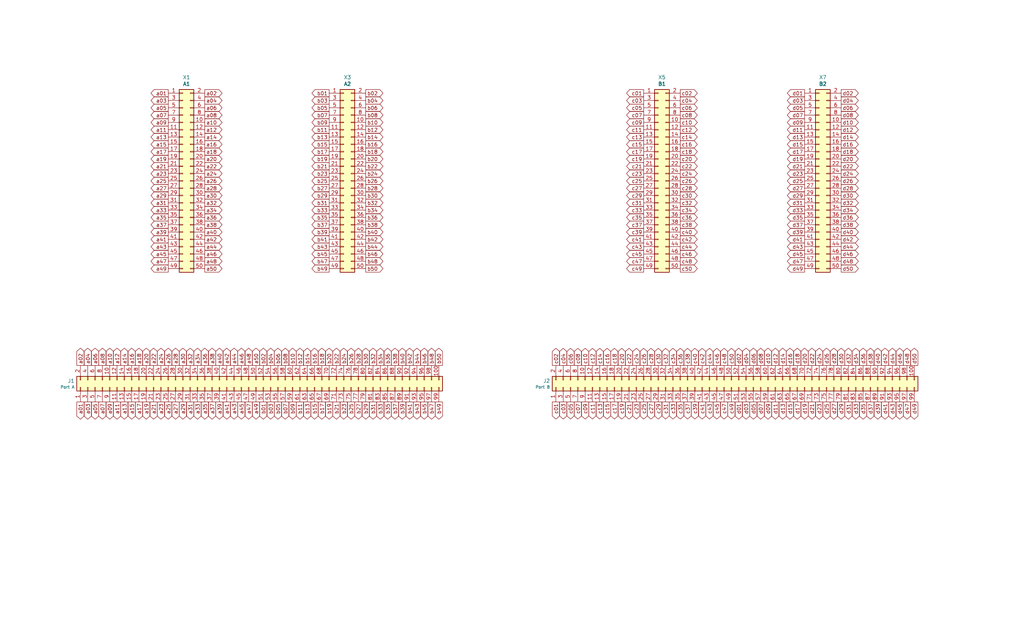
<source format=kicad_sch>
(kicad_sch (version 20230121) (generator eeschema)
  (paper "USLegal")
  (title_block (title "Backplane Tester Multiplexer Board") (rev "0.1"))
  (no_connect (at 375.92 241.3))
  (global_label "d40" (shape output) (at 304.8 127 90) (property "Intersheetrefs" "${INTERSHEET_REFS}" (effects hide)))
  (global_label "d12" (shape output) (at 292.1 45.085 0) (property "Intersheetrefs" "${INTERSHEET_REFS}" (effects hide)))
  (global_label "a33" (shape output) (at 68.58 139.7 270) (property "Intersheetrefs" "${INTERSHEET_REFS}" (effects hide)))
  (global_label "c22" (shape output) (at 236.22 57.785 0) (property "Intersheetrefs" "${INTERSHEET_REFS}" (effects hide)))
  (global_label "b42" (shape output) (at 127 83.185 0) (property "Intersheetrefs" "${INTERSHEET_REFS}" (effects hide)))
  (global_label "d23" (shape output) (at 279.4 60.325 180) (property "Intersheetrefs" "${INTERSHEET_REFS}" (effects hide)))
  (global_label "c12" (shape output) (at 236.22 45.085 0) (property "Intersheetrefs" "${INTERSHEET_REFS}" (effects hide)))
  (global_label "a17" (shape output) (at 58.42 52.705 180) (property "Intersheetrefs" "${INTERSHEET_REFS}" (effects hide)))
  (global_label "b38" (shape output) (at 127 78.105 0) (property "Intersheetrefs" "${INTERSHEET_REFS}" (effects hide)))
  (global_label "b32" (shape output) (at 129.54 127 90) (property "Intersheetrefs" "${INTERSHEET_REFS}" (effects hide)))
  (global_label "b13" (shape output) (at 114.3 47.625 180) (property "Intersheetrefs" "${INTERSHEET_REFS}" (effects hide)))
  (global_label "c26" (shape output) (at 223.52 127 90) (property "Intersheetrefs" "${INTERSHEET_REFS}" (effects hide)))
  (global_label "d14" (shape output) (at 292.1 47.625 0) (property "Intersheetrefs" "${INTERSHEET_REFS}" (effects hide)))
  (global_label "b05" (shape output) (at 96.52 139.7 270) (property "Intersheetrefs" "${INTERSHEET_REFS}" (effects hide)))
  (global_label "d07" (shape output) (at 279.4 40.005 180) (property "Intersheetrefs" "${INTERSHEET_REFS}" (effects hide)))
  (global_label "a07" (shape output) (at 58.42 40.005 180) (property "Intersheetrefs" "${INTERSHEET_REFS}" (effects hide)))
  (global_label "b07" (shape output) (at 114.3 40.005 180) (property "Intersheetrefs" "${INTERSHEET_REFS}" (effects hide)))
  (global_label "a47" (shape output) (at 86.36 139.7 270) (property "Intersheetrefs" "${INTERSHEET_REFS}" (effects hide)))
  (global_label "a48" (shape output) (at 86.36 127 90) (property "Intersheetrefs" "${INTERSHEET_REFS}" (effects hide)))
  (global_label "a02" (shape output) (at 71.12 32.385 0) (property "Intersheetrefs" "${INTERSHEET_REFS}" (effects hide)))
  (global_label "c37" (shape output) (at 238.76 139.7 270) (property "Intersheetrefs" "${INTERSHEET_REFS}" (effects hide)))
  (global_label "b33" (shape output) (at 132.08 139.7 270) (property "Intersheetrefs" "${INTERSHEET_REFS}" (effects hide)))
  (global_label "b46" (shape output) (at 127 88.265 0) (property "Intersheetrefs" "${INTERSHEET_REFS}" (effects hide)))
  (global_label "d06" (shape output) (at 261.62 127 90) (property "Intersheetrefs" "${INTERSHEET_REFS}" (effects hide)))
  (global_label "a16" (shape output) (at 71.12 50.165 0) (property "Intersheetrefs" "${INTERSHEET_REFS}" (effects hide)))
  (global_label "c35" (shape output) (at 236.22 139.7 270) (property "Intersheetrefs" "${INTERSHEET_REFS}" (effects hide)))
  (global_label "d32" (shape output) (at 294.64 127 90) (property "Intersheetrefs" "${INTERSHEET_REFS}" (effects hide)))
  (global_label "b04" (shape output) (at 93.98 127 90) (property "Intersheetrefs" "${INTERSHEET_REFS}" (effects hide)))
  (global_label "d49" (shape output) (at 279.4 93.345 180) (property "Intersheetrefs" "${INTERSHEET_REFS}" (effects hide)))
  (global_label "b39" (shape output) (at 139.7 139.7 270) (property "Intersheetrefs" "${INTERSHEET_REFS}" (effects hide)))
  (global_label "d11" (shape output) (at 279.4 45.085 180) (property "Intersheetrefs" "${INTERSHEET_REFS}" (effects hide)))
  (global_label "d03" (shape output) (at 279.4 34.925 180) (property "Intersheetrefs" "${INTERSHEET_REFS}" (effects hide)))
  (global_label "a42" (shape output) (at 71.12 83.185 0) (property "Intersheetrefs" "${INTERSHEET_REFS}" (effects hide)))
  (global_label "a43" (shape output) (at 81.28 139.7 270) (property "Intersheetrefs" "${INTERSHEET_REFS}" (effects hide)))
  (global_label "d46" (shape output) (at 312.42 127 90) (property "Intersheetrefs" "${INTERSHEET_REFS}" (effects hide)))
  (global_label "c08" (shape output) (at 236.22 40.005 0) (property "Intersheetrefs" "${INTERSHEET_REFS}" (effects hide)))
  (global_label "a09" (shape output) (at 38.1 139.7 270) (property "Intersheetrefs" "${INTERSHEET_REFS}" (effects hide)))
  (global_label "c19" (shape output) (at 223.52 55.245 180) (property "Intersheetrefs" "${INTERSHEET_REFS}" (effects hide)))
  (global_label "d29" (shape output) (at 279.4 67.945 180) (property "Intersheetrefs" "${INTERSHEET_REFS}" (effects hide)))
  (global_label "a29" (shape output) (at 58.42 67.945 180) (property "Intersheetrefs" "${INTERSHEET_REFS}" (effects hide)))
  (global_label "d34" (shape output) (at 297.18 127 90) (property "Intersheetrefs" "${INTERSHEET_REFS}" (effects hide)))
  (global_label "c22" (shape output) (at 218.44 127 90) (property "Intersheetrefs" "${INTERSHEET_REFS}" (effects hide)))
  (global_label "c23" (shape output) (at 223.52 60.325 180) (property "Intersheetrefs" "${INTERSHEET_REFS}" (effects hide)))
  (global_label "b41" (shape output) (at 114.3 83.185 180) (property "Intersheetrefs" "${INTERSHEET_REFS}" (effects hide)))
  (global_label "b48" (shape output) (at 149.86 127 90) (property "Intersheetrefs" "${INTERSHEET_REFS}" (effects hide)))
  (global_label "c25" (shape output) (at 223.52 139.7 270) (property "Intersheetrefs" "${INTERSHEET_REFS}" (effects hide)))
  (global_label "d47" (shape output) (at 314.96 139.7 270) (property "Intersheetrefs" "${INTERSHEET_REFS}" (effects hide)))
  (global_label "a11" (shape output) (at 58.42 45.085 180) (property "Intersheetrefs" "${INTERSHEET_REFS}" (effects hide)))
  (global_label "d03" (shape output) (at 259.08 139.7 270) (property "Intersheetrefs" "${INTERSHEET_REFS}" (effects hide)))
  (global_label "d05" (shape output) (at 261.62 139.7 270) (property "Intersheetrefs" "${INTERSHEET_REFS}" (effects hide)))
  (global_label "c01" (shape output) (at 223.52 32.385 180) (property "Intersheetrefs" "${INTERSHEET_REFS}" (effects hide)))
  (global_label "d10" (shape output) (at 266.7 127 90) (property "Intersheetrefs" "${INTERSHEET_REFS}" (effects hide)))
  (global_label "a45" (shape output) (at 58.42 88.265 180) (property "Intersheetrefs" "${INTERSHEET_REFS}" (effects hide)))
  (global_label "a02" (shape output) (at 27.94 127 90) (property "Intersheetrefs" "${INTERSHEET_REFS}" (effects hide)))
  (global_label "d31" (shape output) (at 294.64 139.7 270) (property "Intersheetrefs" "${INTERSHEET_REFS}" (effects hide)))
  (global_label "b19" (shape output) (at 114.3 139.7 270) (property "Intersheetrefs" "${INTERSHEET_REFS}" (effects hide)))
  (global_label "b29" (shape output) (at 127 139.7 270) (property "Intersheetrefs" "${INTERSHEET_REFS}" (effects hide)))
  (global_label "a17" (shape output) (at 48.26 139.7 270) (property "Intersheetrefs" "${INTERSHEET_REFS}" (effects hide)))
  (global_label "c12" (shape output) (at 205.74 127 90) (property "Intersheetrefs" "${INTERSHEET_REFS}" (effects hide)))
  (global_label "b11" (shape output) (at 104.14 139.7 270) (property "Intersheetrefs" "${INTERSHEET_REFS}" (effects hide)))
  (global_label "c49" (shape output) (at 254 139.7 270) (property "Intersheetrefs" "${INTERSHEET_REFS}" (effects hide)))
  (global_label "a34" (shape output) (at 68.58 127 90) (property "Intersheetrefs" "${INTERSHEET_REFS}" (effects hide)))
  (global_label "a48" (shape output) (at 71.12 90.805 0) (property "Intersheetrefs" "${INTERSHEET_REFS}" (effects hide)))
  (global_label "b20" (shape output) (at 127 55.245 0) (property "Intersheetrefs" "${INTERSHEET_REFS}" (effects hide)))
  (global_label "b45" (shape output) (at 114.3 88.265 180) (property "Intersheetrefs" "${INTERSHEET_REFS}" (effects hide)))
  (global_label "c19" (shape output) (at 215.9 139.7 270) (property "Intersheetrefs" "${INTERSHEET_REFS}" (effects hide)))
  (global_label "b38" (shape output) (at 137.16 127 90) (property "Intersheetrefs" "${INTERSHEET_REFS}" (effects hide)))
  (global_label "d37" (shape output) (at 279.4 78.105 180) (property "Intersheetrefs" "${INTERSHEET_REFS}" (effects hide)))
  (global_label "d50" (shape output) (at 317.5 127 90) (property "Intersheetrefs" "${INTERSHEET_REFS}" (effects hide)))
  (global_label "a39" (shape output) (at 76.2 139.7 270) (property "Intersheetrefs" "${INTERSHEET_REFS}" (effects hide)))
  (global_label "d46" (shape output) (at 292.1 88.265 0) (property "Intersheetrefs" "${INTERSHEET_REFS}" (effects hide)))
  (global_label "d39" (shape output) (at 304.8 139.7 270) (property "Intersheetrefs" "${INTERSHEET_REFS}" (effects hide)))
  (global_label "c38" (shape output) (at 238.76 127 90) (property "Intersheetrefs" "${INTERSHEET_REFS}" (effects hide)))
  (global_label "c33" (shape output) (at 223.52 73.025 180) (property "Intersheetrefs" "${INTERSHEET_REFS}" (effects hide)))
  (global_label "d25" (shape output) (at 279.4 62.865 180) (property "Intersheetrefs" "${INTERSHEET_REFS}" (effects hide)))
  (global_label "d18" (shape output) (at 276.86 127 90) (property "Intersheetrefs" "${INTERSHEET_REFS}" (effects hide)))
  (global_label "c13" (shape output) (at 208.28 139.7 270) (property "Intersheetrefs" "${INTERSHEET_REFS}" (effects hide)))
  (global_label "b23" (shape output) (at 114.3 60.325 180) (property "Intersheetrefs" "${INTERSHEET_REFS}" (effects hide)))
  (global_label "c48" (shape output) (at 251.46 127 90) (property "Intersheetrefs" "${INTERSHEET_REFS}" (effects hide)))
  (global_label "c20" (shape output) (at 236.22 55.245 0) (property "Intersheetrefs" "${INTERSHEET_REFS}" (effects hide)))
  (global_label "c37" (shape output) (at 223.52 78.105 180) (property "Intersheetrefs" "${INTERSHEET_REFS}" (effects hide)))
  (global_label "c21" (shape output) (at 223.52 57.785 180) (property "Intersheetrefs" "${INTERSHEET_REFS}" (effects hide)))
  (global_label "c31" (shape output) (at 231.14 139.7 270) (property "Intersheetrefs" "${INTERSHEET_REFS}" (effects hide)))
  (global_label "c06" (shape output) (at 236.22 37.465 0) (property "Intersheetrefs" "${INTERSHEET_REFS}" (effects hide)))
  (global_label "a08" (shape output) (at 35.56 127 90) (property "Intersheetrefs" "${INTERSHEET_REFS}" (effects hide)))
  (global_label "a26" (shape output) (at 71.12 62.865 0) (property "Intersheetrefs" "${INTERSHEET_REFS}" (effects hide)))
  (global_label "c45" (shape output) (at 248.92 139.7 270) (property "Intersheetrefs" "${INTERSHEET_REFS}" (effects hide)))
  (global_label "d35" (shape output) (at 299.72 139.7 270) (property "Intersheetrefs" "${INTERSHEET_REFS}" (effects hide)))
  (global_label "c42" (shape output) (at 243.84 127 90) (property "Intersheetrefs" "${INTERSHEET_REFS}" (effects hide)))
  (global_label "c29" (shape output) (at 223.52 67.945 180) (property "Intersheetrefs" "${INTERSHEET_REFS}" (effects hide)))
  (global_label "b31" (shape output) (at 129.54 139.7 270) (property "Intersheetrefs" "${INTERSHEET_REFS}" (effects hide)))
  (global_label "c01" (shape output) (at 193.04 139.7 270) (property "Intersheetrefs" "${INTERSHEET_REFS}" (effects hide)))
  (global_label "a38" (shape output) (at 71.12 78.105 0) (property "Intersheetrefs" "${INTERSHEET_REFS}" (effects hide)))
  (global_label "a14" (shape output) (at 43.18 127 90) (property "Intersheetrefs" "${INTERSHEET_REFS}" (effects hide)))
  (global_label "a42" (shape output) (at 78.74 127 90) (property "Intersheetrefs" "${INTERSHEET_REFS}" (effects hide)))
  (global_label "b21" (shape output) (at 116.84 139.7 270) (property "Intersheetrefs" "${INTERSHEET_REFS}" (effects hide)))
  (global_label "d37" (shape output) (at 302.26 139.7 270) (property "Intersheetrefs" "${INTERSHEET_REFS}" (effects hide)))
  (global_label "c35" (shape output) (at 223.52 75.565 180) (property "Intersheetrefs" "${INTERSHEET_REFS}" (effects hide)))
  (global_label "c08" (shape output) (at 200.66 127 90) (property "Intersheetrefs" "${INTERSHEET_REFS}" (effects hide)))
  (global_label "d39" (shape output) (at 279.4 80.645 180) (property "Intersheetrefs" "${INTERSHEET_REFS}" (effects hide)))
  (global_label "c47" (shape output) (at 223.52 90.805 180) (property "Intersheetrefs" "${INTERSHEET_REFS}" (effects hide)))
  (global_label "a05" (shape output) (at 33.02 139.7 270) (property "Intersheetrefs" "${INTERSHEET_REFS}" (effects hide)))
  (global_label "d30" (shape output) (at 292.1 127 90) (property "Intersheetrefs" "${INTERSHEET_REFS}" (effects hide)))
  (global_label "c40" (shape output) (at 236.22 80.645 0) (property "Intersheetrefs" "${INTERSHEET_REFS}" (effects hide)))
  (global_label "c11" (shape output) (at 205.74 139.7 270) (property "Intersheetrefs" "${INTERSHEET_REFS}" (effects hide)))
  (global_label "b44" (shape output) (at 127 85.725 0) (property "Intersheetrefs" "${INTERSHEET_REFS}" (effects hide)))
  (global_label "b18" (shape output) (at 111.76 127 90) (property "Intersheetrefs" "${INTERSHEET_REFS}" (effects hide)))
  (global_label "a36" (shape output) (at 71.12 127 90) (property "Intersheetrefs" "${INTERSHEET_REFS}" (effects hide)))
  (global_label "b27" (shape output) (at 124.46 139.7 270) (property "Intersheetrefs" "${INTERSHEET_REFS}" (effects hide)))
  (global_label "b01" (shape output) (at 114.3 32.385 180) (property "Intersheetrefs" "${INTERSHEET_REFS}" (effects hide)))
  (global_label "c41" (shape output) (at 223.52 83.185 180) (property "Intersheetrefs" "${INTERSHEET_REFS}" (effects hide)))
  (global_label "d09" (shape output) (at 279.4 42.545 180) (property "Intersheetrefs" "${INTERSHEET_REFS}" (effects hide)))
  (global_label "d15" (shape output) (at 279.4 50.165 180) (property "Intersheetrefs" "${INTERSHEET_REFS}" (effects hide)))
  (global_label "a04" (shape output) (at 30.48 127 90) (property "Intersheetrefs" "${INTERSHEET_REFS}" (effects hide)))
  (global_label "a41" (shape output) (at 58.42 83.185 180) (property "Intersheetrefs" "${INTERSHEET_REFS}" (effects hide)))
  (global_label "a22" (shape output) (at 71.12 57.785 0) (property "Intersheetrefs" "${INTERSHEET_REFS}" (effects hide)))
  (global_label "a25" (shape output) (at 58.42 139.7 270) (property "Intersheetrefs" "${INTERSHEET_REFS}" (effects hide)))
  (global_label "a33" (shape output) (at 58.42 73.025 180) (property "Intersheetrefs" "${INTERSHEET_REFS}" (effects hide)))
  (global_label "c32" (shape output) (at 236.22 70.485 0) (property "Intersheetrefs" "${INTERSHEET_REFS}" (effects hide)))
  (global_label "d10" (shape output) (at 292.1 42.545 0) (property "Intersheetrefs" "${INTERSHEET_REFS}" (effects hide)))
  (global_label "b24" (shape output) (at 127 60.325 0) (property "Intersheetrefs" "${INTERSHEET_REFS}" (effects hide)))
  (global_label "a23" (shape output) (at 58.42 60.325 180) (property "Intersheetrefs" "${INTERSHEET_REFS}" (effects hide)))
  (global_label "b43" (shape output) (at 114.3 85.725 180) (property "Intersheetrefs" "${INTERSHEET_REFS}" (effects hide)))
  (global_label "d38" (shape output) (at 302.26 127 90) (property "Intersheetrefs" "${INTERSHEET_REFS}" (effects hide)))
  (global_label "b03" (shape output) (at 93.98 139.7 270) (property "Intersheetrefs" "${INTERSHEET_REFS}" (effects hide)))
  (global_label "c49" (shape output) (at 223.52 93.345 180) (property "Intersheetrefs" "${INTERSHEET_REFS}" (effects hide)))
  (global_label "a28" (shape output) (at 71.12 65.405 0) (property "Intersheetrefs" "${INTERSHEET_REFS}" (effects hide)))
  (global_label "d22" (shape output) (at 281.94 127 90) (property "Intersheetrefs" "${INTERSHEET_REFS}" (effects hide)))
  (global_label "d43" (shape output) (at 309.88 139.7 270) (property "Intersheetrefs" "${INTERSHEET_REFS}" (effects hide)))
  (global_label "a01" (shape output) (at 58.42 32.385 180) (property "Intersheetrefs" "${INTERSHEET_REFS}" (effects hide)))
  (global_label "b34" (shape output) (at 127 73.025 0) (property "Intersheetrefs" "${INTERSHEET_REFS}" (effects hide)))
  (global_label "c20" (shape output) (at 215.9 127 90) (property "Intersheetrefs" "${INTERSHEET_REFS}" (effects hide)))
  (global_label "b23" (shape output) (at 119.38 139.7 270) (property "Intersheetrefs" "${INTERSHEET_REFS}" (effects hide)))
  (global_label "a43" (shape output) (at 58.42 85.725 180) (property "Intersheetrefs" "${INTERSHEET_REFS}" (effects hide)))
  (global_label "b03" (shape output) (at 114.3 34.925 180) (property "Intersheetrefs" "${INTERSHEET_REFS}" (effects hide)))
  (global_label "a06" (shape output) (at 71.12 37.465 0) (property "Intersheetrefs" "${INTERSHEET_REFS}" (effects hide)))
  (global_label "c09" (shape output) (at 223.52 42.545 180) (property "Intersheetrefs" "${INTERSHEET_REFS}" (effects hide)))
  (global_label "d16" (shape output) (at 292.1 50.165 0) (property "Intersheetrefs" "${INTERSHEET_REFS}" (effects hide)))
  (global_label "c41" (shape output) (at 243.84 139.7 270) (property "Intersheetrefs" "${INTERSHEET_REFS}" (effects hide)))
  (global_label "c48" (shape output) (at 236.22 90.805 0) (property "Intersheetrefs" "${INTERSHEET_REFS}" (effects hide)))
  (global_label "c34" (shape output) (at 236.22 73.025 0) (property "Intersheetrefs" "${INTERSHEET_REFS}" (effects hide)))
  (global_label "c24" (shape output) (at 220.98 127 90) (property "Intersheetrefs" "${INTERSHEET_REFS}" (effects hide)))
  (global_label "d02" (shape output) (at 256.54 127 90) (property "Intersheetrefs" "${INTERSHEET_REFS}" (effects hide)))
  (global_label "a32" (shape output) (at 66.04 127 90) (property "Intersheetrefs" "${INTERSHEET_REFS}" (effects hide)))
  (global_label "d25" (shape output) (at 287.02 139.7 270) (property "Intersheetrefs" "${INTERSHEET_REFS}" (effects hide)))
  (global_label "a37" (shape output) (at 58.42 78.105 180) (property "Intersheetrefs" "${INTERSHEET_REFS}" (effects hide)))
  (global_label "a45" (shape output) (at 83.82 139.7 270) (property "Intersheetrefs" "${INTERSHEET_REFS}" (effects hide)))
  (global_label "c50" (shape output) (at 236.22 93.345 0) (property "Intersheetrefs" "${INTERSHEET_REFS}" (effects hide)))
  (global_label "c28" (shape output) (at 226.06 127 90) (property "Intersheetrefs" "${INTERSHEET_REFS}" (effects hide)))
  (global_label "c04" (shape output) (at 195.58 127 90) (property "Intersheetrefs" "${INTERSHEET_REFS}" (effects hide)))
  (global_label "d48" (shape output) (at 292.1 90.805 0) (property "Intersheetrefs" "${INTERSHEET_REFS}" (effects hide)))
  (global_label "b40" (shape output) (at 139.7 127 90) (property "Intersheetrefs" "${INTERSHEET_REFS}" (effects hide)))
  (global_label "a46" (shape output) (at 83.82 127 90) (property "Intersheetrefs" "${INTERSHEET_REFS}" (effects hide)))
  (global_label "c46" (shape output) (at 248.92 127 90) (property "Intersheetrefs" "${INTERSHEET_REFS}" (effects hide)))
  (global_label "c39" (shape output) (at 223.52 80.645 180) (property "Intersheetrefs" "${INTERSHEET_REFS}" (effects hide)))
  (global_label "c44" (shape output) (at 246.38 127 90) (property "Intersheetrefs" "${INTERSHEET_REFS}" (effects hide)))
  (global_label "d40" (shape output) (at 292.1 80.645 0) (property "Intersheetrefs" "${INTERSHEET_REFS}" (effects hide)))
  (global_label "b17" (shape output) (at 111.76 139.7 270) (property "Intersheetrefs" "${INTERSHEET_REFS}" (effects hide)))
  (global_label "d18" (shape output) (at 292.1 52.705 0) (property "Intersheetrefs" "${INTERSHEET_REFS}" (effects hide)))
  (global_label "c23" (shape output) (at 220.98 139.7 270) (property "Intersheetrefs" "${INTERSHEET_REFS}" (effects hide)))
  (global_label "b37" (shape output) (at 137.16 139.7 270) (property "Intersheetrefs" "${INTERSHEET_REFS}" (effects hide)))
  (global_label "a16" (shape output) (at 45.72 127 90) (property "Intersheetrefs" "${INTERSHEET_REFS}" (effects hide)))
  (global_label "d44" (shape output) (at 292.1 85.725 0) (property "Intersheetrefs" "${INTERSHEET_REFS}" (effects hide)))
  (global_label "d49" (shape output) (at 317.5 139.7 270) (property "Intersheetrefs" "${INTERSHEET_REFS}" (effects hide)))
  (global_label "d48" (shape output) (at 314.96 127 90) (property "Intersheetrefs" "${INTERSHEET_REFS}" (effects hide)))
  (global_label "a12" (shape output) (at 40.64 127 90) (property "Intersheetrefs" "${INTERSHEET_REFS}" (effects hide)))
  (global_label "a20" (shape output) (at 71.12 55.245 0) (property "Intersheetrefs" "${INTERSHEET_REFS}" (effects hide)))
  (global_label "b17" (shape output) (at 114.3 52.705 180) (property "Intersheetrefs" "${INTERSHEET_REFS}" (effects hide)))
  (global_label "b31" (shape output) (at 114.3 70.485 180) (property "Intersheetrefs" "${INTERSHEET_REFS}" (effects hide)))
  (global_label "a26" (shape output) (at 58.42 127 90) (property "Intersheetrefs" "${INTERSHEET_REFS}" (effects hide)))
  (global_label "c06" (shape output) (at 198.12 127 90) (property "Intersheetrefs" "${INTERSHEET_REFS}" (effects hide)))
  (global_label "d08" (shape output) (at 264.16 127 90) (property "Intersheetrefs" "${INTERSHEET_REFS}" (effects hide)))
  (global_label "c02" (shape output) (at 236.22 32.385 0) (property "Intersheetrefs" "${INTERSHEET_REFS}" (effects hide)))
  (global_label "a10" (shape output) (at 71.12 42.545 0) (property "Intersheetrefs" "${INTERSHEET_REFS}" (effects hide)))
  (global_label "a03" (shape output) (at 58.42 34.925 180) (property "Intersheetrefs" "${INTERSHEET_REFS}" (effects hide)))
  (global_label "b11" (shape output) (at 114.3 45.085 180) (property "Intersheetrefs" "${INTERSHEET_REFS}" (effects hide)))
  (global_label "c24" (shape output) (at 236.22 60.325 0) (property "Intersheetrefs" "${INTERSHEET_REFS}" (effects hide)))
  (global_label "a21" (shape output) (at 58.42 57.785 180) (property "Intersheetrefs" "${INTERSHEET_REFS}" (effects hide)))
  (global_label "b06" (shape output) (at 96.52 127 90) (property "Intersheetrefs" "${INTERSHEET_REFS}" (effects hide)))
  (global_label "d42" (shape output) (at 292.1 83.185 0) (property "Intersheetrefs" "${INTERSHEET_REFS}" (effects hide)))
  (global_label "a47" (shape output) (at 58.42 90.805 180) (property "Intersheetrefs" "${INTERSHEET_REFS}" (effects hide)))
  (global_label "c07" (shape output) (at 200.66 139.7 270) (property "Intersheetrefs" "${INTERSHEET_REFS}" (effects hide)))
  (global_label "d28" (shape output) (at 289.56 127 90) (property "Intersheetrefs" "${INTERSHEET_REFS}" (effects hide)))
  (global_label "d01" (shape output) (at 279.4 32.385 180) (property "Intersheetrefs" "${INTERSHEET_REFS}" (effects hide)))
  (global_label "b08" (shape output) (at 127 40.005 0) (property "Intersheetrefs" "${INTERSHEET_REFS}" (effects hide)))
  (global_label "c43" (shape output) (at 223.52 85.725 180) (property "Intersheetrefs" "${INTERSHEET_REFS}" (effects hide)))
  (global_label "c10" (shape output) (at 236.22 42.545 0) (property "Intersheetrefs" "${INTERSHEET_REFS}" (effects hide)))
  (global_label "d17" (shape output) (at 279.4 52.705 180) (property "Intersheetrefs" "${INTERSHEET_REFS}" (effects hide)))
  (global_label "b24" (shape output) (at 119.38 127 90) (property "Intersheetrefs" "${INTERSHEET_REFS}" (effects hide)))
  (global_label "b20" (shape output) (at 114.3 127 90) (property "Intersheetrefs" "${INTERSHEET_REFS}" (effects hide)))
  (global_label "a15" (shape output) (at 45.72 139.7 270) (property "Intersheetrefs" "${INTERSHEET_REFS}" (effects hide)))
  (global_label "d02" (shape output) (at 292.1 32.385 0) (property "Intersheetrefs" "${INTERSHEET_REFS}" (effects hide)))
  (global_label "b21" (shape output) (at 114.3 57.785 180) (property "Intersheetrefs" "${INTERSHEET_REFS}" (effects hide)))
  (global_label "b30" (shape output) (at 127 67.945 0) (property "Intersheetrefs" "${INTERSHEET_REFS}" (effects hide)))
  (global_label "b22" (shape output) (at 127 57.785 0) (property "Intersheetrefs" "${INTERSHEET_REFS}" (effects hide)))
  (global_label "b41" (shape output) (at 142.24 139.7 270) (property "Intersheetrefs" "${INTERSHEET_REFS}" (effects hide)))
  (global_label "c05" (shape output) (at 223.52 37.465 180) (property "Intersheetrefs" "${INTERSHEET_REFS}" (effects hide)))
  (global_label "a18" (shape output) (at 71.12 52.705 0) (property "Intersheetrefs" "${INTERSHEET_REFS}" (effects hide)))
  (global_label "c04" (shape output) (at 236.22 34.925 0) (property "Intersheetrefs" "${INTERSHEET_REFS}" (effects hide)))
  (global_label "d47" (shape output) (at 279.4 90.805 180) (property "Intersheetrefs" "${INTERSHEET_REFS}" (effects hide)))
  (global_label "a09" (shape output) (at 58.42 42.545 180) (property "Intersheetrefs" "${INTERSHEET_REFS}" (effects hide)))
  (global_label "c11" (shape output) (at 223.52 45.085 180) (property "Intersheetrefs" "${INTERSHEET_REFS}" (effects hide)))
  (global_label "c02" (shape output) (at 193.04 127 90) (property "Intersheetrefs" "${INTERSHEET_REFS}" (effects hide)))
  (global_label "d19" (shape output) (at 279.4 55.245 180) (property "Intersheetrefs" "${INTERSHEET_REFS}" (effects hide)))
  (global_label "d23" (shape output) (at 284.48 139.7 270) (property "Intersheetrefs" "${INTERSHEET_REFS}" (effects hide)))
  (global_label "b28" (shape output) (at 124.46 127 90) (property "Intersheetrefs" "${INTERSHEET_REFS}" (effects hide)))
  (global_label "a18" (shape output) (at 48.26 127 90) (property "Intersheetrefs" "${INTERSHEET_REFS}" (effects hide)))
  (global_label "c31" (shape output) (at 223.52 70.485 180) (property "Intersheetrefs" "${INTERSHEET_REFS}" (effects hide)))
  (global_label "a36" (shape output) (at 71.12 75.565 0) (property "Intersheetrefs" "${INTERSHEET_REFS}" (effects hide)))
  (global_label "a08" (shape output) (at 71.12 40.005 0) (property "Intersheetrefs" "${INTERSHEET_REFS}" (effects hide)))
  (global_label "a44" (shape output) (at 71.12 85.725 0) (property "Intersheetrefs" "${INTERSHEET_REFS}" (effects hide)))
  (global_label "a20" (shape output) (at 50.8 127 90) (property "Intersheetrefs" "${INTERSHEET_REFS}" (effects hide)))
  (global_label "c25" (shape output) (at 223.52 62.865 180) (property "Intersheetrefs" "${INTERSHEET_REFS}" (effects hide)))
  (global_label "c50" (shape output) (at 254 127 90) (property "Intersheetrefs" "${INTERSHEET_REFS}" (effects hide)))
  (global_label "d06" (shape output) (at 292.1 37.465 0) (property "Intersheetrefs" "${INTERSHEET_REFS}" (effects hide)))
  (global_label "d07" (shape output) (at 264.16 139.7 270) (property "Intersheetrefs" "${INTERSHEET_REFS}" (effects hide)))
  (global_label "a10" (shape output) (at 38.1 127 90) (property "Intersheetrefs" "${INTERSHEET_REFS}" (effects hide)))
  (global_label "d27" (shape output) (at 279.4 65.405 180) (property "Intersheetrefs" "${INTERSHEET_REFS}" (effects hide)))
  (global_label "d38" (shape output) (at 292.1 78.105 0) (property "Intersheetrefs" "${INTERSHEET_REFS}" (effects hide)))
  (global_label "c38" (shape output) (at 236.22 78.105 0) (property "Intersheetrefs" "${INTERSHEET_REFS}" (effects hide)))
  (global_label "d20" (shape output) (at 292.1 55.245 0) (property "Intersheetrefs" "${INTERSHEET_REFS}" (effects hide)))
  (global_label "c44" (shape output) (at 236.22 85.725 0) (property "Intersheetrefs" "${INTERSHEET_REFS}" (effects hide)))
  (global_label "b36" (shape output) (at 127 75.565 0) (property "Intersheetrefs" "${INTERSHEET_REFS}" (effects hide)))
  (global_label "c14" (shape output) (at 236.22 47.625 0) (property "Intersheetrefs" "${INTERSHEET_REFS}" (effects hide)))
  (global_label "b12" (shape output) (at 127 45.085 0) (property "Intersheetrefs" "${INTERSHEET_REFS}" (effects hide)))
  (global_label "d12" (shape output) (at 269.24 127 90) (property "Intersheetrefs" "${INTERSHEET_REFS}" (effects hide)))
  (global_label "b09" (shape output) (at 101.6 139.7 270) (property "Intersheetrefs" "${INTERSHEET_REFS}" (effects hide)))
  (global_label "a03" (shape output) (at 30.48 139.7 270) (property "Intersheetrefs" "${INTERSHEET_REFS}" (effects hide)))
  (global_label "b49" (shape output) (at 152.4 139.7 270) (property "Intersheetrefs" "${INTERSHEET_REFS}" (effects hide)))
  (global_label "b43" (shape output) (at 144.78 139.7 270) (property "Intersheetrefs" "${INTERSHEET_REFS}" (effects hide)))
  (global_label "c28" (shape output) (at 236.22 65.405 0) (property "Intersheetrefs" "${INTERSHEET_REFS}" (effects hide)))
  (global_label "a49" (shape output) (at 58.42 93.345 180) (property "Intersheetrefs" "${INTERSHEET_REFS}" (effects hide)))
  (global_label "d14" (shape output) (at 271.78 127 90) (property "Intersheetrefs" "${INTERSHEET_REFS}" (effects hide)))
  (global_label "a22" (shape output) (at 53.34 127 90) (property "Intersheetrefs" "${INTERSHEET_REFS}" (effects hide)))
  (global_label "d29" (shape output) (at 292.1 139.7 270) (property "Intersheetrefs" "${INTERSHEET_REFS}" (effects hide)))
  (global_label "a05" (shape output) (at 58.42 37.465 180) (property "Intersheetrefs" "${INTERSHEET_REFS}" (effects hide)))
  (global_label "c03" (shape output) (at 195.58 139.7 270) (property "Intersheetrefs" "${INTERSHEET_REFS}" (effects hide)))
  (global_label "d19" (shape output) (at 279.4 139.7 270) (property "Intersheetrefs" "${INTERSHEET_REFS}" (effects hide)))
  (global_label "b42" (shape output) (at 142.24 127 90) (property "Intersheetrefs" "${INTERSHEET_REFS}" (effects hide)))
  (global_label "d33" (shape output) (at 279.4 73.025 180) (property "Intersheetrefs" "${INTERSHEET_REFS}" (effects hide)))
  (global_label "d33" (shape output) (at 297.18 139.7 270) (property "Intersheetrefs" "${INTERSHEET_REFS}" (effects hide)))
  (global_label "a25" (shape output) (at 58.42 62.865 180) (property "Intersheetrefs" "${INTERSHEET_REFS}" (effects hide)))
  (global_label "b27" (shape output) (at 114.3 65.405 180) (property "Intersheetrefs" "${INTERSHEET_REFS}" (effects hide)))
  (global_label "c17" (shape output) (at 213.36 139.7 270) (property "Intersheetrefs" "${INTERSHEET_REFS}" (effects hide)))
  (global_label "a28" (shape output) (at 60.96 127 90) (property "Intersheetrefs" "${INTERSHEET_REFS}" (effects hide)))
  (global_label "a30" (shape output) (at 63.5 127 90) (property "Intersheetrefs" "${INTERSHEET_REFS}" (effects hide)))
  (global_label "a35" (shape output) (at 58.42 75.565 180) (property "Intersheetrefs" "${INTERSHEET_REFS}" (effects hide)))
  (global_label "b06" (shape output) (at 127 37.465 0) (property "Intersheetrefs" "${INTERSHEET_REFS}" (effects hide)))
  (global_label "a12" (shape output) (at 71.12 45.085 0) (property "Intersheetrefs" "${INTERSHEET_REFS}" (effects hide)))
  (global_label "c16" (shape output) (at 210.82 127 90) (property "Intersheetrefs" "${INTERSHEET_REFS}" (effects hide)))
  (global_label "b13" (shape output) (at 106.68 139.7 270) (property "Intersheetrefs" "${INTERSHEET_REFS}" (effects hide)))
  (global_label "b02" (shape output) (at 91.44 127 90) (property "Intersheetrefs" "${INTERSHEET_REFS}" (effects hide)))
  (global_label "d05" (shape output) (at 279.4 37.465 180) (property "Intersheetrefs" "${INTERSHEET_REFS}" (effects hide)))
  (global_label "d30" (shape output) (at 292.1 67.945 0) (property "Intersheetrefs" "${INTERSHEET_REFS}" (effects hide)))
  (global_label "a23" (shape output) (at 55.88 139.7 270) (property "Intersheetrefs" "${INTERSHEET_REFS}" (effects hide)))
  (global_label "c21" (shape output) (at 218.44 139.7 270) (property "Intersheetrefs" "${INTERSHEET_REFS}" (effects hide)))
  (global_label "a27" (shape output) (at 58.42 65.405 180) (property "Intersheetrefs" "${INTERSHEET_REFS}" (effects hide)))
  (global_label "c27" (shape output) (at 223.52 65.405 180) (property "Intersheetrefs" "${INTERSHEET_REFS}" (effects hide)))
  (global_label "d13" (shape output) (at 271.78 139.7 270) (property "Intersheetrefs" "${INTERSHEET_REFS}" (effects hide)))
  (global_label "b35" (shape output) (at 114.3 75.565 180) (property "Intersheetrefs" "${INTERSHEET_REFS}" (effects hide)))
  (global_label "a06" (shape output) (at 33.02 127 90) (property "Intersheetrefs" "${INTERSHEET_REFS}" (effects hide)))
  (global_label "d36" (shape output) (at 299.72 127 90) (property "Intersheetrefs" "${INTERSHEET_REFS}" (effects hide)))
  (global_label "d09" (shape output) (at 266.7 139.7 270) (property "Intersheetrefs" "${INTERSHEET_REFS}" (effects hide)))
  (global_label "d26" (shape output) (at 287.02 127 90) (property "Intersheetrefs" "${INTERSHEET_REFS}" (effects hide)))
  (global_label "c32" (shape output) (at 231.14 127 90) (property "Intersheetrefs" "${INTERSHEET_REFS}" (effects hide)))
  (global_label "b29" (shape output) (at 114.3 67.945 180) (property "Intersheetrefs" "${INTERSHEET_REFS}" (effects hide)))
  (global_label "d24" (shape output) (at 284.48 127 90) (property "Intersheetrefs" "${INTERSHEET_REFS}" (effects hide)))
  (global_label "c15" (shape output) (at 223.52 50.165 180) (property "Intersheetrefs" "${INTERSHEET_REFS}" (effects hide)))
  (global_label "b02" (shape output) (at 127 32.385 0) (property "Intersheetrefs" "${INTERSHEET_REFS}" (effects hide)))
  (global_label "b22" (shape output) (at 116.84 127 90) (property "Intersheetrefs" "${INTERSHEET_REFS}" (effects hide)))
  (global_label "d50" (shape output) (at 292.1 93.345 0) (property "Intersheetrefs" "${INTERSHEET_REFS}" (effects hide)))
  (global_label "a31" (shape output) (at 66.04 139.7 270) (property "Intersheetrefs" "${INTERSHEET_REFS}" (effects hide)))
  (global_label "a38" (shape output) (at 73.66 127 90) (property "Intersheetrefs" "${INTERSHEET_REFS}" (effects hide)))
  (global_label "c42" (shape output) (at 236.22 83.185 0) (property "Intersheetrefs" "${INTERSHEET_REFS}" (effects hide)))
  (global_label "c29" (shape output) (at 228.6 139.7 270) (property "Intersheetrefs" "${INTERSHEET_REFS}" (effects hide)))
  (global_label "d17" (shape output) (at 276.86 139.7 270) (property "Intersheetrefs" "${INTERSHEET_REFS}" (effects hide)))
  (global_label "c14" (shape output) (at 208.28 127 90) (property "Intersheetrefs" "${INTERSHEET_REFS}" (effects hide)))
  (global_label "b28" (shape output) (at 127 65.405 0) (property "Intersheetrefs" "${INTERSHEET_REFS}" (effects hide)))
  (global_label "d45" (shape output) (at 279.4 88.265 180) (property "Intersheetrefs" "${INTERSHEET_REFS}" (effects hide)))
  (global_label "a19" (shape output) (at 58.42 55.245 180) (property "Intersheetrefs" "${INTERSHEET_REFS}" (effects hide)))
  (global_label "d21" (shape output) (at 281.94 139.7 270) (property "Intersheetrefs" "${INTERSHEET_REFS}" (effects hide)))
  (global_label "a39" (shape output) (at 58.42 80.645 180) (property "Intersheetrefs" "${INTERSHEET_REFS}" (effects hide)))
  (global_label "a50" (shape output) (at 71.12 93.345 0) (property "Intersheetrefs" "${INTERSHEET_REFS}" (effects hide)))
  (global_label "d41" (shape output) (at 307.34 139.7 270) (property "Intersheetrefs" "${INTERSHEET_REFS}" (effects hide)))
  (global_label "d34" (shape output) (at 292.1 73.025 0) (property "Intersheetrefs" "${INTERSHEET_REFS}" (effects hide)))
  (global_label "c30" (shape output) (at 236.22 67.945 0) (property "Intersheetrefs" "${INTERSHEET_REFS}" (effects hide)))
  (global_label "a27" (shape output) (at 60.96 139.7 270) (property "Intersheetrefs" "${INTERSHEET_REFS}" (effects hide)))
  (global_label "c34" (shape output) (at 233.68 127 90) (property "Intersheetrefs" "${INTERSHEET_REFS}" (effects hide)))
  (global_label "a13" (shape output) (at 58.42 47.625 180) (property "Intersheetrefs" "${INTERSHEET_REFS}" (effects hide)))
  (global_label "b10" (shape output) (at 101.6 127 90) (property "Intersheetrefs" "${INTERSHEET_REFS}" (effects hide)))
  (global_label "c09" (shape output) (at 203.2 139.7 270) (property "Intersheetrefs" "${INTERSHEET_REFS}" (effects hide)))
  (global_label "d31" (shape output) (at 279.4 70.485 180) (property "Intersheetrefs" "${INTERSHEET_REFS}" (effects hide)))
  (global_label "b12" (shape output) (at 104.14 127 90) (property "Intersheetrefs" "${INTERSHEET_REFS}" (effects hide)))
  (global_label "c40" (shape output) (at 241.3 127 90) (property "Intersheetrefs" "${INTERSHEET_REFS}" (effects hide)))
  (global_label "b09" (shape output) (at 114.3 42.545 180) (property "Intersheetrefs" "${INTERSHEET_REFS}" (effects hide)))
  (global_label "c47" (shape output) (at 251.46 139.7 270) (property "Intersheetrefs" "${INTERSHEET_REFS}" (effects hide)))
  (global_label "d27" (shape output) (at 289.56 139.7 270) (property "Intersheetrefs" "${INTERSHEET_REFS}" (effects hide)))
  (global_label "a29" (shape output) (at 63.5 139.7 270) (property "Intersheetrefs" "${INTERSHEET_REFS}" (effects hide)))
  (global_label "a41" (shape output) (at 78.74 139.7 270) (property "Intersheetrefs" "${INTERSHEET_REFS}" (effects hide)))
  (global_label "b49" (shape output) (at 114.3 93.345 180) (property "Intersheetrefs" "${INTERSHEET_REFS}" (effects hide)))
  (global_label "a14" (shape output) (at 71.12 47.625 0) (property "Intersheetrefs" "${INTERSHEET_REFS}" (effects hide)))
  (global_label "a34" (shape output) (at 71.12 73.025 0) (property "Intersheetrefs" "${INTERSHEET_REFS}" (effects hide)))
  (global_label "b26" (shape output) (at 127 62.865 0) (property "Intersheetrefs" "${INTERSHEET_REFS}" (effects hide)))
  (global_label "c46" (shape output) (at 236.22 88.265 0) (property "Intersheetrefs" "${INTERSHEET_REFS}" (effects hide)))
  (global_label "b36" (shape output) (at 134.62 127 90) (property "Intersheetrefs" "${INTERSHEET_REFS}" (effects hide)))
  (global_label "d44" (shape output) (at 309.88 127 90) (property "Intersheetrefs" "${INTERSHEET_REFS}" (effects hide)))
  (global_label "b37" (shape output) (at 114.3 78.105 180) (property "Intersheetrefs" "${INTERSHEET_REFS}" (effects hide)))
  (global_label "b10" (shape output) (at 127 42.545 0) (property "Intersheetrefs" "${INTERSHEET_REFS}" (effects hide)))
  (global_label "b18" (shape output) (at 127 52.705 0) (property "Intersheetrefs" "${INTERSHEET_REFS}" (effects hide)))
  (global_label "b05" (shape output) (at 114.3 37.465 180) (property "Intersheetrefs" "${INTERSHEET_REFS}" (effects hide)))
  (global_label "b35" (shape output) (at 134.62 139.7 270) (property "Intersheetrefs" "${INTERSHEET_REFS}" (effects hide)))
  (global_label "b45" (shape output) (at 147.32 139.7 270) (property "Intersheetrefs" "${INTERSHEET_REFS}" (effects hide)))
  (global_label "b33" (shape output) (at 114.3 73.025 180) (property "Intersheetrefs" "${INTERSHEET_REFS}" (effects hide)))
  (global_label "a44" (shape output) (at 81.28 127 90) (property "Intersheetrefs" "${INTERSHEET_REFS}" (effects hide)))
  (global_label "b14" (shape output) (at 127 47.625 0) (property "Intersheetrefs" "${INTERSHEET_REFS}" (effects hide)))
  (global_label "c13" (shape output) (at 223.52 47.625 180) (property "Intersheetrefs" "${INTERSHEET_REFS}" (effects hide)))
  (global_label "d36" (shape output) (at 292.1 75.565 0) (property "Intersheetrefs" "${INTERSHEET_REFS}" (effects hide)))
  (global_label "d20" (shape output) (at 279.4 127 90) (property "Intersheetrefs" "${INTERSHEET_REFS}" (effects hide)))
  (global_label "d08" (shape output) (at 292.1 40.005 0) (property "Intersheetrefs" "${INTERSHEET_REFS}" (effects hide)))
  (global_label "b30" (shape output) (at 127 127 90) (property "Intersheetrefs" "${INTERSHEET_REFS}" (effects hide)))
  (global_label "b16" (shape output) (at 127 50.165 0) (property "Intersheetrefs" "${INTERSHEET_REFS}" (effects hide)))
  (global_label "c18" (shape output) (at 236.22 52.705 0) (property "Intersheetrefs" "${INTERSHEET_REFS}" (effects hide)))
  (global_label "a24" (shape output) (at 55.88 127 90) (property "Intersheetrefs" "${INTERSHEET_REFS}" (effects hide)))
  (global_label "c27" (shape output) (at 226.06 139.7 270) (property "Intersheetrefs" "${INTERSHEET_REFS}" (effects hide)))
  (global_label "c33" (shape output) (at 233.68 139.7 270) (property "Intersheetrefs" "${INTERSHEET_REFS}" (effects hide)))
  (global_label "a19" (shape output) (at 50.8 139.7 270) (property "Intersheetrefs" "${INTERSHEET_REFS}" (effects hide)))
  (global_label "a07" (shape output) (at 35.56 139.7 270) (property "Intersheetrefs" "${INTERSHEET_REFS}" (effects hide)))
  (global_label "d01" (shape output) (at 256.54 139.7 270) (property "Intersheetrefs" "${INTERSHEET_REFS}" (effects hide)))
  (global_label "b47" (shape output) (at 114.3 90.805 180) (property "Intersheetrefs" "${INTERSHEET_REFS}" (effects hide)))
  (global_label "b39" (shape output) (at 114.3 80.645 180) (property "Intersheetrefs" "${INTERSHEET_REFS}" (effects hide)))
  (global_label "a01" (shape output) (at 27.94 139.7 270) (property "Intersheetrefs" "${INTERSHEET_REFS}" (effects hide)))
  (global_label "a13" (shape output) (at 43.18 139.7 270) (property "Intersheetrefs" "${INTERSHEET_REFS}" (effects hide)))
  (global_label "c18" (shape output) (at 213.36 127 90) (property "Intersheetrefs" "${INTERSHEET_REFS}" (effects hide)))
  (global_label "a40" (shape output) (at 71.12 80.645 0) (property "Intersheetrefs" "${INTERSHEET_REFS}" (effects hide)))
  (global_label "b01" (shape output) (at 91.44 139.7 270) (property "Intersheetrefs" "${INTERSHEET_REFS}" (effects hide)))
  (global_label "b46" (shape output) (at 147.32 127 90) (property "Intersheetrefs" "${INTERSHEET_REFS}" (effects hide)))
  (global_label "d04" (shape output) (at 259.08 127 90) (property "Intersheetrefs" "${INTERSHEET_REFS}" (effects hide)))
  (global_label "b44" (shape output) (at 144.78 127 90) (property "Intersheetrefs" "${INTERSHEET_REFS}" (effects hide)))
  (global_label "a21" (shape output) (at 53.34 139.7 270) (property "Intersheetrefs" "${INTERSHEET_REFS}" (effects hide)))
  (global_label "d13" (shape output) (at 279.4 47.625 180) (property "Intersheetrefs" "${INTERSHEET_REFS}" (effects hide)))
  (global_label "b15" (shape output) (at 114.3 50.165 180) (property "Intersheetrefs" "${INTERSHEET_REFS}" (effects hide)))
  (global_label "c39" (shape output) (at 241.3 139.7 270) (property "Intersheetrefs" "${INTERSHEET_REFS}" (effects hide)))
  (global_label "a37" (shape output) (at 73.66 139.7 270) (property "Intersheetrefs" "${INTERSHEET_REFS}" (effects hide)))
  (global_label "c26" (shape output) (at 236.22 62.865 0) (property "Intersheetrefs" "${INTERSHEET_REFS}" (effects hide)))
  (global_label "b48" (shape output) (at 127 90.805 0) (property "Intersheetrefs" "${INTERSHEET_REFS}" (effects hide)))
  (global_label "c43" (shape output) (at 246.38 139.7 270) (property "Intersheetrefs" "${INTERSHEET_REFS}" (effects hide)))
  (global_label "b47" (shape output) (at 149.86 139.7 270) (property "Intersheetrefs" "${INTERSHEET_REFS}" (effects hide)))
  (global_label "b16" (shape output) (at 109.22 127 90) (property "Intersheetrefs" "${INTERSHEET_REFS}" (effects hide)))
  (global_label "a24" (shape output) (at 71.12 60.325 0) (property "Intersheetrefs" "${INTERSHEET_REFS}" (effects hide)))
  (global_label "a35" (shape output) (at 71.12 139.7 270) (property "Intersheetrefs" "${INTERSHEET_REFS}" (effects hide)))
  (global_label "b25" (shape output) (at 121.92 139.7 270) (property "Intersheetrefs" "${INTERSHEET_REFS}" (effects hide)))
  (global_label "b15" (shape output) (at 109.22 139.7 270) (property "Intersheetrefs" "${INTERSHEET_REFS}" (effects hide)))
  (global_label "a15" (shape output) (at 58.42 50.165 180) (property "Intersheetrefs" "${INTERSHEET_REFS}" (effects hide)))
  (global_label "d24" (shape output) (at 292.1 60.325 0) (property "Intersheetrefs" "${INTERSHEET_REFS}" (effects hide)))
  (global_label "b08" (shape output) (at 99.06 127 90) (property "Intersheetrefs" "${INTERSHEET_REFS}" (effects hide)))
  (global_label "b50" (shape output) (at 127 93.345 0) (property "Intersheetrefs" "${INTERSHEET_REFS}" (effects hide)))
  (global_label "a04" (shape output) (at 71.12 34.925 0) (property "Intersheetrefs" "${INTERSHEET_REFS}" (effects hide)))
  (global_label "a46" (shape output) (at 71.12 88.265 0) (property "Intersheetrefs" "${INTERSHEET_REFS}" (effects hide)))
  (global_label "d15" (shape output) (at 274.32 139.7 270) (property "Intersheetrefs" "${INTERSHEET_REFS}" (effects hide)))
  (global_label "c36" (shape output) (at 236.22 127 90) (property "Intersheetrefs" "${INTERSHEET_REFS}" (effects hide)))
  (global_label "d41" (shape output) (at 279.4 83.185 180) (property "Intersheetrefs" "${INTERSHEET_REFS}" (effects hide)))
  (global_label "d11" (shape output) (at 269.24 139.7 270) (property "Intersheetrefs" "${INTERSHEET_REFS}" (effects hide)))
  (global_label "b19" (shape output) (at 114.3 55.245 180) (property "Intersheetrefs" "${INTERSHEET_REFS}" (effects hide)))
  (global_label "c36" (shape output) (at 236.22 75.565 0) (property "Intersheetrefs" "${INTERSHEET_REFS}" (effects hide)))
  (global_label "c30" (shape output) (at 228.6 127 90) (property "Intersheetrefs" "${INTERSHEET_REFS}" (effects hide)))
  (global_label "d26" (shape output) (at 292.1 62.865 0) (property "Intersheetrefs" "${INTERSHEET_REFS}" (effects hide)))
  (global_label "a40" (shape output) (at 76.2 127 90) (property "Intersheetrefs" "${INTERSHEET_REFS}" (effects hide)))
  (global_label "c17" (shape output) (at 223.52 52.705 180) (property "Intersheetrefs" "${INTERSHEET_REFS}" (effects hide)))
  (global_label "d04" (shape output) (at 292.1 34.925 0) (property "Intersheetrefs" "${INTERSHEET_REFS}" (effects hide)))
  (global_label "a31" (shape output) (at 58.42 70.485 180) (property "Intersheetrefs" "${INTERSHEET_REFS}" (effects hide)))
  (global_label "d45" (shape output) (at 312.42 139.7 270) (property "Intersheetrefs" "${INTERSHEET_REFS}" (effects hide)))
  (global_label "b14" (shape output) (at 106.68 127 90) (property "Intersheetrefs" "${INTERSHEET_REFS}" (effects hide)))
  (global_label "a30" (shape output) (at 71.12 67.945 0) (property "Intersheetrefs" "${INTERSHEET_REFS}" (effects hide)))
  (global_label "b34" (shape output) (at 132.08 127 90) (property "Intersheetrefs" "${INTERSHEET_REFS}" (effects hide)))
  (global_label "a49" (shape output) (at 88.9 139.7 270) (property "Intersheetrefs" "${INTERSHEET_REFS}" (effects hide)))
  (global_label "b50" (shape output) (at 152.4 127 90) (property "Intersheetrefs" "${INTERSHEET_REFS}" (effects hide)))
  (global_label "c45" (shape output) (at 223.52 88.265 180) (property "Intersheetrefs" "${INTERSHEET_REFS}" (effects hide)))
  (global_label "d35" (shape output) (at 279.4 75.565 180) (property "Intersheetrefs" "${INTERSHEET_REFS}" (effects hide)))
  (global_label "b07" (shape output) (at 99.06 139.7 270) (property "Intersheetrefs" "${INTERSHEET_REFS}" (effects hide)))
  (global_label "c16" (shape output) (at 236.22 50.165 0) (property "Intersheetrefs" "${INTERSHEET_REFS}" (effects hide)))
  (global_label "c15" (shape output) (at 210.82 139.7 270) (property "Intersheetrefs" "${INTERSHEET_REFS}" (effects hide)))
  (global_label "a32" (shape output) (at 71.12 70.485 0) (property "Intersheetrefs" "${INTERSHEET_REFS}" (effects hide)))
  (global_label "c03" (shape output) (at 223.52 34.925 180) (property "Intersheetrefs" "${INTERSHEET_REFS}" (effects hide)))
  (global_label "d43" (shape output) (at 279.4 85.725 180) (property "Intersheetrefs" "${INTERSHEET_REFS}" (effects hide)))
  (global_label "b32" (shape output) (at 127 70.485 0) (property "Intersheetrefs" "${INTERSHEET_REFS}" (effects hide)))
  (global_label "d42" (shape output) (at 307.34 127 90) (property "Intersheetrefs" "${INTERSHEET_REFS}" (effects hide)))
  (global_label "b26" (shape output) (at 121.92 127 90) (property "Intersheetrefs" "${INTERSHEET_REFS}" (effects hide)))
  (global_label "c05" (shape output) (at 198.12 139.7 270) (property "Intersheetrefs" "${INTERSHEET_REFS}" (effects hide)))
  (global_label "b25" (shape output) (at 114.3 62.865 180) (property "Intersheetrefs" "${INTERSHEET_REFS}" (effects hide)))
  (global_label "b04" (shape output) (at 127 34.925 0) (property "Intersheetrefs" "${INTERSHEET_REFS}" (effects hide)))
  (global_label "c07" (shape output) (at 223.52 40.005 180) (property "Intersheetrefs" "${INTERSHEET_REFS}" (effects hide)))
  (global_label "c10" (shape output) (at 203.2 127 90) (property "Intersheetrefs" "${INTERSHEET_REFS}" (effects hide)))
  (global_label "d16" (shape output) (at 274.32 127 90) (property "Intersheetrefs" "${INTERSHEET_REFS}" (effects hide)))
  (global_label "d28" (shape output) (at 292.1 65.405 0) (property "Intersheetrefs" "${INTERSHEET_REFS}" (effects hide)))
  (global_label "d22" (shape output) (at 292.1 57.785 0) (property "Intersheetrefs" "${INTERSHEET_REFS}" (effects hide)))
  (global_label "b40" (shape output) (at 127 80.645 0) (property "Intersheetrefs" "${INTERSHEET_REFS}" (effects hide)))
  (global_label "a50" (shape output) (at 88.9 127 90) (property "Intersheetrefs" "${INTERSHEET_REFS}" (effects hide)))
  (global_label "d21" (shape output) (at 279.4 57.785 180) (property "Intersheetrefs" "${INTERSHEET_REFS}" (effects hide)))
  (global_label "a11" (shape output) (at 40.64 139.7 270) (property "Intersheetrefs" "${INTERSHEET_REFS}" (effects hide)))
  (global_label "d32" (shape output) (at 292.1 70.485 0) (property "Intersheetrefs" "${INTERSHEET_REFS}" (effects hide)))
  (symbol (lib_id "Connector_Generic:Conn_02x25_Odd_Even") (at 63.5 62.865 0) (unit 1)
    (property "Reference" "X1" (at 64.77 26.8732 0))
    (property "Value" "A1" (at 64.77 29.1846 0) (effects (font bold)))
    (property "Footprint" "Connector_IDC:IDC-Header_2x25_P2.54mm_Vertical" (effects hide))
    (property "Datasheet" "https://s3.amazonaws.com/catalogspreads-pdf/PAGE122%20.100%20SBH11%20SERIES%20MALE%20BOX%20HDR%20ST%20RA%20SMT.pdf" (effects hide))
    (property "Digi-Key" "S9176-ND" (effects hide))
    (property "Part-Number" "SBH11-PBPC-D25-ST-BK" (effects hide))
  )
  (symbol (lib_id "Connector_Generic:Conn_02x25_Odd_Even") (at 119.38 62.865 0) (unit 1)
    (property "Reference" "X3" (at 120.65 26.8732 0))
    (property "Value" "A2" (at 120.65 29.1846 0) (effects (font bold)))
    (property "Footprint" "Connector_IDC:IDC-Header_2x25_P2.54mm_Vertical" (effects hide))
    (property "Datasheet" "https://s3.amazonaws.com/catalogspreads-pdf/PAGE122%20.100%20SBH11%20SERIES%20MALE%20BOX%20HDR%20ST%20RA%20SMT.pdf" (effects hide))
    (property "Digi-Key" "S9176-ND" (effects hide))
    (property "Part-Number" "SBH11-PBPC-D25-ST-BK" (effects hide))
  )
  (symbol (lib_id "_local:Slot_02x50_Odd_Even") (at 88.9 134.62 90) (unit 1)
    (property "Reference" "J1" (at 25.908 132.3848 90) (effects (justify left)))
    (property "Value" "Port A" (at 25.908 134.5184 90) (effects (font (size 1.016 1.016)) (justify left)))
    (property "Footprint" "Forgotten Machines:DG NOVA Backplane Connector - Frontside" (effects hide))
  )
  (symbol (lib_id "_local:Slot_02x50_Odd_Even") (at 254 134.62 90) (unit 1)
    (property "Reference" "J2" (at 191.008 132.3848 90) (effects (justify left)))
    (property "Value" "Port B" (at 191.008 134.5184 90) (effects (font (size 1.016 1.016)) (justify left)))
    (property "Footprint" "Forgotten Machines:DG NOVA Backplane Connector - Frontside" (effects hide))
  )
  (symbol (lib_id "Connector_Generic:Conn_02x25_Odd_Even") (at 228.6 62.865 0) (unit 1)
    (property "Reference" "X5" (at 229.87 26.8732 0))
    (property "Value" "B1" (at 229.87 29.1846 0) (effects (font bold)))
    (property "Footprint" "Connector_IDC:IDC-Header_2x25_P2.54mm_Vertical" (effects hide))
    (property "Datasheet" "https://s3.amazonaws.com/catalogspreads-pdf/PAGE122%20.100%20SBH11%20SERIES%20MALE%20BOX%20HDR%20ST%20RA%20SMT.pdf" (effects hide))
    (property "Digi-Key" "S9176-ND" (effects hide))
    (property "Part-Number" "SBH11-PBPC-D25-ST-BK" (effects hide))
  )
  (symbol (lib_id "Connector_Generic:Conn_02x25_Odd_Even") (at 284.48 62.865 0) (unit 1)
    (property "Reference" "X7" (at 285.75 26.8732 0))
    (property "Value" "B2" (at 285.75 29.1846 0) (effects (font bold)))
    (property "Footprint" "Connector_IDC:IDC-Header_2x25_P2.54mm_Vertical" (effects hide))
    (property "Datasheet" "https://s3.amazonaws.com/catalogspreads-pdf/PAGE122%20.100%20SBH11%20SERIES%20MALE%20BOX%20HDR%20ST%20RA%20SMT.pdf" (effects hide))
    (property "Digi-Key" "S9176-ND" (effects hide))
    (property "Part-Number" "SBH11-PBPC-D25-ST-BK" (effects hide))
  )
)
</source>
